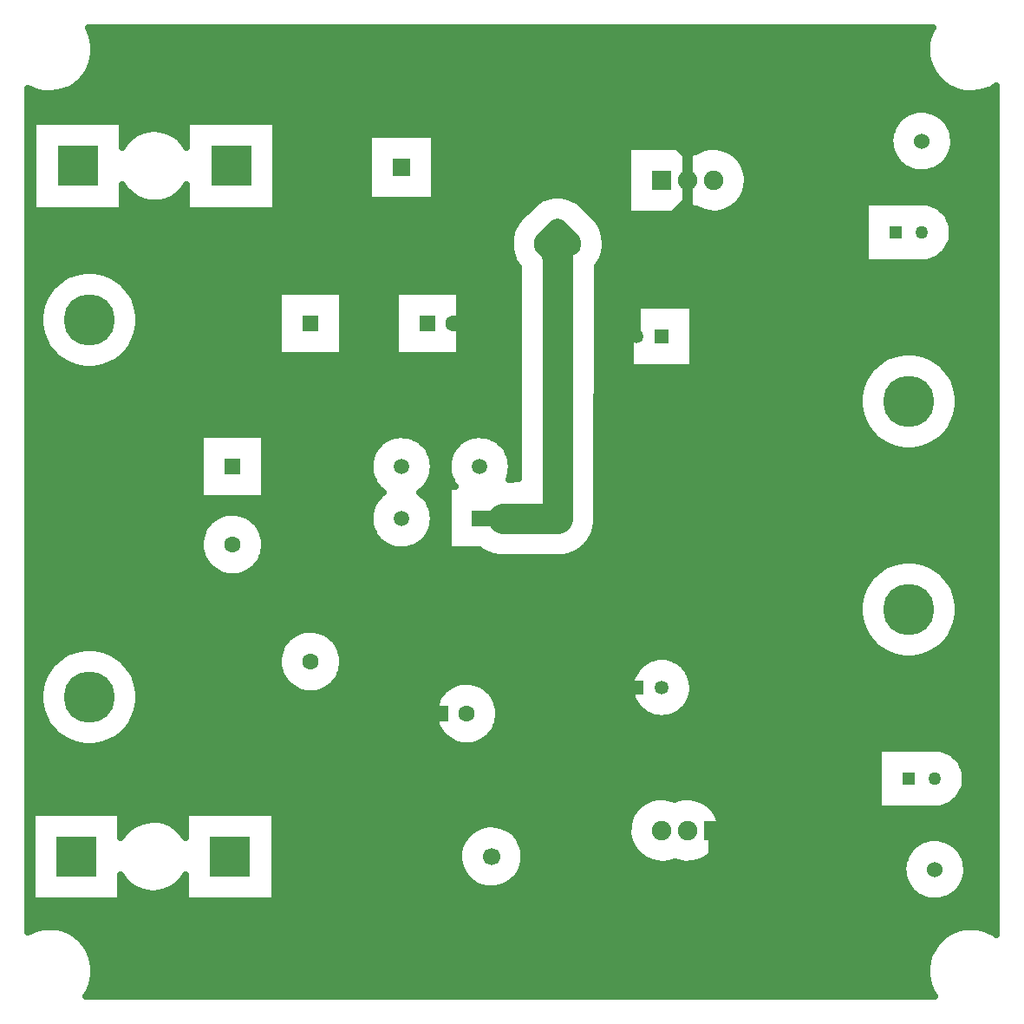
<source format=gtl>
G04 DipTrace 2.4.0.2*
%INpsv1.GTL*%
%MOIN*%
%ADD13C,0.0394*%
%ADD15C,0.063*%
%ADD16C,0.0591*%
%ADD18C,0.1181*%
%ADD20C,0.0787*%
%ADD22C,0.05*%
%ADD23C,0.025*%
%ADD24R,0.0669X0.0669*%
%ADD25C,0.0669*%
%ADD26R,0.063X0.063*%
%ADD27R,0.0531X0.0531*%
%ADD28C,0.0531*%
%ADD29R,0.0591X0.0591*%
%ADD30C,0.0591*%
%ADD31R,0.05X0.05*%
%ADD32R,0.1575X0.1575*%
%ADD33C,0.1969*%
%ADD34C,0.06*%
%ADD35C,0.06*%
%ADD36R,0.0748X0.0748*%
%ADD37C,0.0748*%
%FSLAX44Y44*%
G04*
G70*
G90*
G75*
G01*
%LNTop*%
%LPD*%
X35437Y37807D2*
D13*
X30937D1*
X30437Y37307D1*
Y36307D1*
Y37307D2*
X29937Y37807D1*
X23390D1*
X22390Y36807D1*
X30437Y36307D2*
Y34807D1*
X29937D1*
X28437Y33307D1*
Y30323D1*
X28453Y30307D1*
X30437Y36307D2*
Y35481D1*
X29763Y34807D1*
X29937D1*
X30437Y36307D2*
Y35307D1*
X31437Y34307D1*
Y11307D2*
Y10307D1*
X22437Y23307D2*
D16*
X23323D1*
D18*
X25437D1*
Y33307D1*
D20*
X24937Y33807D1*
X25437Y33307D2*
D18*
D3*
Y34432D2*
D20*
X25937Y33932D1*
Y33807D1*
X25437Y34432D2*
X24937Y33932D1*
Y33807D1*
X25437Y34432D2*
Y33307D1*
X25937Y33807D3*
X24937D3*
X25437Y33307D3*
Y34432D3*
X7534Y41933D2*
D23*
X39711D1*
X7605Y41685D2*
X39641D1*
X7636Y41436D2*
X39605D1*
X7632Y41187D2*
X39609D1*
X7593Y40939D2*
X39652D1*
X7511Y40690D2*
X39730D1*
X7386Y40441D2*
X39859D1*
X7198Y40193D2*
X40047D1*
X6921Y39944D2*
X40324D1*
X5087Y39695D2*
X5410D1*
X6401D2*
X40844D1*
X41835D2*
X42289D1*
X5087Y39447D2*
X42289D1*
X5087Y39198D2*
X42289D1*
X5087Y38949D2*
X38976D1*
X39898D2*
X42289D1*
X5087Y38700D2*
X38578D1*
X40296D2*
X42289D1*
X5087Y38452D2*
X5250D1*
X8718D2*
X11156D1*
X14624D2*
X38375D1*
X40499D2*
X42289D1*
X5087Y38203D2*
X5250D1*
X8718D2*
X9426D1*
X10448D2*
X11156D1*
X14624D2*
X38254D1*
X40620D2*
X42289D1*
X5087Y37954D2*
X5250D1*
X8718D2*
X8992D1*
X10882D2*
X11156D1*
X14624D2*
X18156D1*
X20718D2*
X38199D1*
X40675D2*
X42289D1*
X5087Y37706D2*
X5250D1*
X14624D2*
X18156D1*
X20718D2*
X38195D1*
X40679D2*
X42289D1*
X5087Y37457D2*
X5250D1*
X14624D2*
X18156D1*
X20718D2*
X28117D1*
X32062D2*
X38242D1*
X40632D2*
X42289D1*
X5087Y37208D2*
X5250D1*
X14624D2*
X18156D1*
X20718D2*
X28117D1*
X32394D2*
X38348D1*
X40526D2*
X42289D1*
X5087Y36960D2*
X5250D1*
X14624D2*
X18156D1*
X20718D2*
X28117D1*
X32581D2*
X38531D1*
X40343D2*
X42289D1*
X5087Y36711D2*
X5250D1*
X14624D2*
X18156D1*
X20718D2*
X28117D1*
X32694D2*
X38871D1*
X40003D2*
X42289D1*
X5087Y36462D2*
X5250D1*
X14624D2*
X18156D1*
X20718D2*
X28117D1*
X32749D2*
X42289D1*
X5087Y36214D2*
X5250D1*
X14624D2*
X18156D1*
X20718D2*
X28117D1*
X32753D2*
X42289D1*
X5087Y35965D2*
X5250D1*
X14624D2*
X18156D1*
X20718D2*
X28117D1*
X32714D2*
X42289D1*
X5087Y35716D2*
X5250D1*
X8718D2*
X9039D1*
X10835D2*
X11156D1*
X14624D2*
X18156D1*
X20718D2*
X25125D1*
X25749D2*
X28117D1*
X32616D2*
X42289D1*
X5087Y35468D2*
X5250D1*
X8718D2*
X9547D1*
X10327D2*
X11156D1*
X14624D2*
X24601D1*
X26273D2*
X28117D1*
X32448D2*
X37238D1*
X39636D2*
X42289D1*
X5087Y35219D2*
X5250D1*
X8718D2*
X11156D1*
X14624D2*
X24336D1*
X26538D2*
X28117D1*
X32167D2*
X37238D1*
X40198D2*
X42289D1*
X5087Y34970D2*
X24090D1*
X26784D2*
X37238D1*
X40429D2*
X42289D1*
X5087Y34721D2*
X23859D1*
X27015D2*
X37238D1*
X40558D2*
X42289D1*
X5087Y34473D2*
X23711D1*
X27163D2*
X37238D1*
X40624D2*
X42289D1*
X5087Y34224D2*
X23629D1*
X27245D2*
X37238D1*
X40632D2*
X42289D1*
X5087Y33975D2*
X23598D1*
X27276D2*
X37238D1*
X40585D2*
X42289D1*
X5087Y33727D2*
X23598D1*
X27276D2*
X37238D1*
X40480D2*
X42289D1*
X5087Y33478D2*
X23637D1*
X27237D2*
X37238D1*
X40292D2*
X42289D1*
X5087Y33229D2*
X23730D1*
X27144D2*
X37238D1*
X39925D2*
X42289D1*
X5087Y32981D2*
X23887D1*
X26987D2*
X42289D1*
X5087Y32732D2*
X6769D1*
X8105D2*
X23898D1*
X26976D2*
X42289D1*
X5087Y32483D2*
X6297D1*
X8577D2*
X23898D1*
X26976D2*
X42289D1*
X5087Y32235D2*
X6016D1*
X8858D2*
X23898D1*
X26976D2*
X42289D1*
X5087Y31986D2*
X5820D1*
X9054D2*
X14676D1*
X17198D2*
X19176D1*
X21698D2*
X23898D1*
X26976D2*
X42289D1*
X5087Y31737D2*
X5683D1*
X9191D2*
X14676D1*
X17198D2*
X19176D1*
X21698D2*
X23898D1*
X26976D2*
X42289D1*
X5087Y31489D2*
X5586D1*
X9288D2*
X14676D1*
X17198D2*
X19176D1*
X21698D2*
X23898D1*
X26976D2*
X28223D1*
X30651D2*
X42289D1*
X5087Y31240D2*
X5531D1*
X9343D2*
X14676D1*
X17198D2*
X19176D1*
X21698D2*
X23898D1*
X26976D2*
X28223D1*
X30651D2*
X42289D1*
X5087Y30991D2*
X5508D1*
X9366D2*
X14676D1*
X17198D2*
X19176D1*
X21698D2*
X23898D1*
X26976D2*
X28223D1*
X30651D2*
X42289D1*
X5087Y30742D2*
X5516D1*
X9358D2*
X14676D1*
X17198D2*
X19176D1*
X21698D2*
X23898D1*
X26976D2*
X28223D1*
X30651D2*
X42289D1*
X5087Y30494D2*
X5558D1*
X9316D2*
X14676D1*
X17198D2*
X19176D1*
X21698D2*
X23898D1*
X26976D2*
X28223D1*
X30651D2*
X42289D1*
X5087Y30245D2*
X5637D1*
X9237D2*
X14676D1*
X17198D2*
X19176D1*
X21698D2*
X23898D1*
X26976D2*
X28223D1*
X30651D2*
X42289D1*
X5087Y29996D2*
X5754D1*
X9120D2*
X14676D1*
X17198D2*
X19176D1*
X21698D2*
X23898D1*
X26976D2*
X28223D1*
X30651D2*
X42289D1*
X5087Y29748D2*
X5922D1*
X8952D2*
X14676D1*
X17198D2*
X19176D1*
X21698D2*
X23898D1*
X26976D2*
X28223D1*
X30651D2*
X42289D1*
X5087Y29499D2*
X6160D1*
X8714D2*
X23898D1*
X26976D2*
X28223D1*
X30651D2*
X38035D1*
X39839D2*
X42289D1*
X5087Y29250D2*
X6523D1*
X8351D2*
X23898D1*
X26976D2*
X28223D1*
X30651D2*
X37668D1*
X40206D2*
X42289D1*
X5087Y29002D2*
X23898D1*
X26976D2*
X37426D1*
X40448D2*
X42289D1*
X5087Y28753D2*
X23898D1*
X26976D2*
X37258D1*
X40616D2*
X42289D1*
X5087Y28504D2*
X23898D1*
X26976D2*
X37137D1*
X40737D2*
X42289D1*
X5087Y28256D2*
X23898D1*
X26976D2*
X37058D1*
X40816D2*
X42289D1*
X5087Y28007D2*
X23898D1*
X26976D2*
X37016D1*
X40858D2*
X42289D1*
X5087Y27758D2*
X23898D1*
X26976D2*
X37008D1*
X40866D2*
X42289D1*
X5087Y27510D2*
X23898D1*
X26976D2*
X37027D1*
X40847D2*
X42289D1*
X5087Y27261D2*
X23898D1*
X26976D2*
X37086D1*
X40788D2*
X42289D1*
X5087Y27012D2*
X23898D1*
X26976D2*
X37180D1*
X40694D2*
X42289D1*
X5087Y26763D2*
X23898D1*
X26976D2*
X37316D1*
X40558D2*
X42289D1*
X5087Y26515D2*
X11676D1*
X14198D2*
X19258D1*
X19616D2*
X22258D1*
X22616D2*
X23898D1*
X26976D2*
X37512D1*
X40362D2*
X42289D1*
X5087Y26266D2*
X11676D1*
X14198D2*
X18660D1*
X20214D2*
X21660D1*
X23214D2*
X23898D1*
X26976D2*
X37789D1*
X40085D2*
X42289D1*
X5087Y26017D2*
X11676D1*
X14198D2*
X18422D1*
X20452D2*
X21422D1*
X23452D2*
X23898D1*
X26976D2*
X38254D1*
X39620D2*
X42289D1*
X5087Y25769D2*
X11676D1*
X14198D2*
X18285D1*
X20589D2*
X21285D1*
X23589D2*
X23898D1*
X26976D2*
X42289D1*
X5087Y25520D2*
X11676D1*
X14198D2*
X18215D1*
X20659D2*
X21215D1*
X23659D2*
X23898D1*
X26976D2*
X42289D1*
X5087Y25271D2*
X11676D1*
X14198D2*
X18195D1*
X20679D2*
X21195D1*
X23679D2*
X23898D1*
X26976D2*
X42289D1*
X5087Y25023D2*
X11676D1*
X14198D2*
X18226D1*
X20648D2*
X21226D1*
X23648D2*
X23898D1*
X26976D2*
X42289D1*
X5087Y24774D2*
X11676D1*
X14198D2*
X18316D1*
X20558D2*
X21316D1*
X26976D2*
X42289D1*
X5087Y24525D2*
X11676D1*
X14198D2*
X18480D1*
X20394D2*
X21480D1*
X26976D2*
X42289D1*
X5087Y24277D2*
X11676D1*
X14198D2*
X18676D1*
X20198D2*
X21195D1*
X26976D2*
X42289D1*
X5087Y24028D2*
X18430D1*
X20444D2*
X21195D1*
X26976D2*
X42289D1*
X5087Y23779D2*
X18289D1*
X20585D2*
X21195D1*
X26976D2*
X42289D1*
X5087Y23531D2*
X12726D1*
X13148D2*
X18215D1*
X20659D2*
X21195D1*
X26976D2*
X42289D1*
X5087Y23282D2*
X12148D1*
X13726D2*
X18195D1*
X20679D2*
X21195D1*
X26976D2*
X42289D1*
X5087Y23033D2*
X11910D1*
X13964D2*
X18226D1*
X20648D2*
X21195D1*
X26948D2*
X42289D1*
X5087Y22784D2*
X11769D1*
X14105D2*
X18312D1*
X20562D2*
X21195D1*
X26882D2*
X42289D1*
X5087Y22536D2*
X11695D1*
X14179D2*
X18469D1*
X20405D2*
X21195D1*
X26765D2*
X42289D1*
X5087Y22287D2*
X11676D1*
X14198D2*
X18746D1*
X20128D2*
X21195D1*
X26581D2*
X42289D1*
X5087Y22038D2*
X11703D1*
X14171D2*
X22473D1*
X26284D2*
X42289D1*
X5087Y21790D2*
X11789D1*
X14085D2*
X42289D1*
X5087Y21541D2*
X11941D1*
X13933D2*
X38121D1*
X39753D2*
X42289D1*
X5087Y21292D2*
X12203D1*
X13671D2*
X37715D1*
X40159D2*
X42289D1*
X5087Y21044D2*
X37461D1*
X40413D2*
X42289D1*
X5087Y20795D2*
X37281D1*
X40593D2*
X42289D1*
X5087Y20546D2*
X37156D1*
X40718D2*
X42289D1*
X5087Y20298D2*
X37070D1*
X40804D2*
X42289D1*
X5087Y20049D2*
X37019D1*
X40855D2*
X42289D1*
X5087Y19800D2*
X37004D1*
X40870D2*
X42289D1*
X5087Y19552D2*
X37023D1*
X40851D2*
X42289D1*
X5087Y19303D2*
X37074D1*
X40800D2*
X42289D1*
X5087Y19054D2*
X37160D1*
X40714D2*
X42289D1*
X5087Y18805D2*
X15180D1*
X16694D2*
X37289D1*
X40585D2*
X42289D1*
X5087Y18557D2*
X14930D1*
X16944D2*
X37473D1*
X40401D2*
X42289D1*
X5087Y18308D2*
X7047D1*
X7827D2*
X14781D1*
X17093D2*
X37734D1*
X40140D2*
X42289D1*
X5087Y18059D2*
X6410D1*
X8464D2*
X14699D1*
X17175D2*
X38148D1*
X39726D2*
X42289D1*
X5087Y17811D2*
X6090D1*
X8784D2*
X14676D1*
X17198D2*
X28777D1*
X30097D2*
X42289D1*
X5087Y17562D2*
X5871D1*
X9003D2*
X14699D1*
X17175D2*
X28496D1*
X30378D2*
X42289D1*
X5087Y17313D2*
X5719D1*
X9155D2*
X14777D1*
X17097D2*
X28336D1*
X30538D2*
X42289D1*
X5087Y17065D2*
X5613D1*
X9261D2*
X14922D1*
X16952D2*
X28254D1*
X30620D2*
X42289D1*
X5087Y16816D2*
X5543D1*
X9331D2*
X15172D1*
X16702D2*
X21195D1*
X22679D2*
X28223D1*
X30651D2*
X42289D1*
X5087Y16567D2*
X5512D1*
X9362D2*
X20937D1*
X22937D2*
X28250D1*
X30624D2*
X42289D1*
X5087Y16319D2*
X5508D1*
X9366D2*
X20785D1*
X23089D2*
X28328D1*
X30546D2*
X42289D1*
X5087Y16070D2*
X5543D1*
X9331D2*
X20703D1*
X23171D2*
X28480D1*
X30394D2*
X42289D1*
X5087Y15821D2*
X5609D1*
X9265D2*
X20676D1*
X23198D2*
X28750D1*
X30124D2*
X42289D1*
X5087Y15573D2*
X5711D1*
X9163D2*
X20699D1*
X23175D2*
X42289D1*
X5087Y15324D2*
X5863D1*
X9011D2*
X20773D1*
X23101D2*
X42289D1*
X5087Y15075D2*
X6078D1*
X8796D2*
X20914D1*
X22960D2*
X42289D1*
X5087Y14826D2*
X6391D1*
X8483D2*
X21156D1*
X22718D2*
X42289D1*
X5087Y14578D2*
X6988D1*
X7886D2*
X21773D1*
X22101D2*
X42289D1*
X5087Y14329D2*
X37738D1*
X40538D2*
X42289D1*
X5087Y14080D2*
X37738D1*
X40843D2*
X42289D1*
X5087Y13832D2*
X37738D1*
X41011D2*
X42289D1*
X5087Y13583D2*
X37738D1*
X41101D2*
X42289D1*
X5087Y13334D2*
X37738D1*
X41136D2*
X42289D1*
X5087Y13086D2*
X37738D1*
X41112D2*
X42289D1*
X5087Y12837D2*
X37738D1*
X41034D2*
X42289D1*
X5087Y12588D2*
X29215D1*
X29659D2*
X30215D1*
X30659D2*
X37738D1*
X40890D2*
X42289D1*
X5087Y12340D2*
X28629D1*
X31245D2*
X37738D1*
X40624D2*
X42289D1*
X5087Y12091D2*
X28379D1*
X31495D2*
X42289D1*
X5087Y11842D2*
X5203D1*
X8671D2*
X11109D1*
X14577D2*
X28230D1*
X31644D2*
X42289D1*
X5087Y11594D2*
X5203D1*
X8671D2*
X9230D1*
X10550D2*
X11109D1*
X14577D2*
X28148D1*
X31726D2*
X42289D1*
X5087Y11345D2*
X5203D1*
X8671D2*
X8875D1*
X10905D2*
X11109D1*
X14577D2*
X22156D1*
X23624D2*
X28117D1*
X31757D2*
X42289D1*
X5087Y11096D2*
X5203D1*
X14577D2*
X21887D1*
X23894D2*
X28133D1*
X31741D2*
X42289D1*
X5087Y10847D2*
X5203D1*
X14577D2*
X21730D1*
X24050D2*
X28199D1*
X31675D2*
X39269D1*
X40605D2*
X42289D1*
X5087Y10599D2*
X5203D1*
X14577D2*
X21641D1*
X24136D2*
X28328D1*
X31546D2*
X38980D1*
X40894D2*
X42289D1*
X5087Y10350D2*
X5203D1*
X14577D2*
X21609D1*
X24171D2*
X28539D1*
X31335D2*
X38816D1*
X41058D2*
X42289D1*
X5087Y10101D2*
X5203D1*
X14577D2*
X21625D1*
X24155D2*
X28937D1*
X30937D2*
X38726D1*
X41148D2*
X42289D1*
X5087Y9853D2*
X5203D1*
X14577D2*
X21691D1*
X24085D2*
X38691D1*
X41183D2*
X42289D1*
X5087Y9604D2*
X5203D1*
X14577D2*
X21824D1*
X23956D2*
X38707D1*
X41167D2*
X42289D1*
X5087Y9355D2*
X5203D1*
X8671D2*
X8793D1*
X10987D2*
X11109D1*
X14577D2*
X22043D1*
X23737D2*
X38777D1*
X41097D2*
X42289D1*
X5087Y9107D2*
X5203D1*
X8671D2*
X9082D1*
X10698D2*
X11109D1*
X14577D2*
X22492D1*
X23288D2*
X38910D1*
X40964D2*
X42289D1*
X5087Y8858D2*
X5203D1*
X8671D2*
X11109D1*
X14577D2*
X39141D1*
X40733D2*
X42289D1*
X5087Y8609D2*
X5203D1*
X8671D2*
X11109D1*
X14577D2*
X39668D1*
X40206D2*
X42289D1*
X5087Y8361D2*
X42289D1*
X5087Y8112D2*
X42289D1*
X5087Y7863D2*
X42289D1*
X5087Y7615D2*
X5832D1*
X5981D2*
X41266D1*
X41414D2*
X42289D1*
X6819Y7366D2*
X40426D1*
X7136Y7117D2*
X40109D1*
X7343Y6868D2*
X39902D1*
X7483Y6620D2*
X39762D1*
X7577Y6371D2*
X39668D1*
X7628Y6122D2*
X39617D1*
X7640Y5874D2*
X39605D1*
X7616Y5625D2*
X39629D1*
X7558Y5376D2*
X39687D1*
X7452Y5128D2*
X39793D1*
X18305Y38064D2*
X20694D1*
Y35550D1*
X18180D1*
Y38064D1*
X18305D1*
X24141Y10182D2*
X24091Y9938D1*
X23995Y9708D1*
X23854Y9501D1*
X23676Y9326D1*
X23467Y9190D1*
X23235Y9098D1*
X22989Y9054D1*
X22740Y9059D1*
X22496Y9113D1*
X22268Y9215D1*
X22064Y9359D1*
X21893Y9541D1*
X21762Y9753D1*
X21674Y9987D1*
X21635Y10233D1*
X21645Y10482D1*
X21704Y10725D1*
X21810Y10951D1*
X21959Y11151D1*
X22144Y11319D1*
X22358Y11446D1*
X22594Y11529D1*
X22841Y11563D1*
X23090Y11548D1*
X23331Y11484D1*
X23555Y11374D1*
X23753Y11221D1*
X23916Y11032D1*
X24039Y10815D1*
X24117Y10578D1*
X24147Y10330D1*
X24141Y10182D1*
X19325Y32044D2*
X21674D1*
Y29570D1*
X19200D1*
Y32044D1*
X19325D1*
X23168Y15682D2*
X23149Y15559D1*
X23118Y15438D1*
X23075Y15321D1*
X23020Y15208D1*
X22954Y15102D1*
X22878Y15003D1*
X22792Y14912D1*
X22697Y14831D1*
X22595Y14759D1*
X22486Y14698D1*
X22371Y14648D1*
X22252Y14611D1*
X22130Y14585D1*
X22006Y14572D1*
X21881Y14571D1*
X21756Y14583D1*
X21634Y14607D1*
X21514Y14644D1*
X21399Y14693D1*
X21290Y14753D1*
X21187Y14823D1*
X21091Y14904D1*
X21004Y14994D1*
X20927Y15092D1*
X20860Y15198D1*
X20804Y15309D1*
X20760Y15426D1*
X20727Y15547D1*
X20707Y15670D1*
X20700Y15795D1*
X20705Y15920D1*
X20722Y16043D1*
X20752Y16165D1*
X20795Y16282D1*
X20848Y16395D1*
X20913Y16502D1*
X20988Y16602D1*
X21073Y16693D1*
X21167Y16776D1*
X21269Y16848D1*
X21377Y16911D1*
X21491Y16961D1*
X21610Y17000D1*
X21732Y17027D1*
X21856Y17042D1*
X21981Y17044D1*
X22106Y17033D1*
X22228Y17010D1*
X22348Y16974D1*
X22464Y16927D1*
X22574Y16868D1*
X22678Y16798D1*
X22774Y16719D1*
X22862Y16629D1*
X22940Y16532D1*
X23008Y16427D1*
X23065Y16316D1*
X23110Y16200D1*
X23144Y16079D1*
X23165Y15956D1*
X23174Y15807D1*
X23168Y15682D1*
X28374Y31495D2*
X30625D1*
Y29119D1*
X28249D1*
Y31495D1*
X28374D1*
X30619Y16682D2*
X30599Y16559D1*
X30566Y16438D1*
X30521Y16322D1*
X30465Y16211D1*
X30396Y16106D1*
X30317Y16009D1*
X30229Y15921D1*
X30131Y15843D1*
X30026Y15775D1*
X29914Y15719D1*
X29798Y15675D1*
X29677Y15643D1*
X29553Y15625D1*
X29428Y15619D1*
X29304Y15626D1*
X29180Y15647D1*
X29060Y15680D1*
X28944Y15726D1*
X28833Y15784D1*
X28729Y15853D1*
X28633Y15933D1*
X28545Y16022D1*
X28468Y16120D1*
X28401Y16226D1*
X28346Y16338D1*
X28302Y16455D1*
X28272Y16576D1*
X28254Y16700D1*
X28249Y16824D1*
X28257Y16949D1*
X28279Y17072D1*
X28313Y17192D1*
X28360Y17308D1*
X28418Y17419D1*
X28488Y17522D1*
X28568Y17618D1*
X28658Y17705D1*
X28757Y17781D1*
X28863Y17847D1*
X28975Y17902D1*
X29093Y17944D1*
X29214Y17974D1*
X29338Y17991D1*
X29463Y17995D1*
X29588Y17986D1*
X29711Y17963D1*
X29830Y17928D1*
X29946Y17881D1*
X30056Y17821D1*
X30159Y17751D1*
X30254Y17670D1*
X30340Y17579D1*
X30416Y17480D1*
X30481Y17373D1*
X30535Y17261D1*
X30577Y17143D1*
X30606Y17021D1*
X30625Y16807D1*
X30619Y16682D1*
X14825Y32044D2*
X17174D1*
Y29570D1*
X14700D1*
Y32044D1*
X14825D1*
X17168Y17682D2*
X17149Y17559D1*
X17118Y17438D1*
X17075Y17321D1*
X17020Y17208D1*
X16954Y17102D1*
X16878Y17003D1*
X16792Y16912D1*
X16697Y16831D1*
X16595Y16759D1*
X16486Y16698D1*
X16371Y16648D1*
X16252Y16611D1*
X16130Y16585D1*
X16006Y16572D1*
X15881Y16571D1*
X15756Y16583D1*
X15634Y16607D1*
X15514Y16644D1*
X15399Y16693D1*
X15290Y16753D1*
X15187Y16823D1*
X15091Y16904D1*
X15004Y16994D1*
X14927Y17092D1*
X14860Y17198D1*
X14804Y17309D1*
X14760Y17426D1*
X14727Y17547D1*
X14707Y17670D1*
X14700Y17795D1*
X14705Y17920D1*
X14722Y18043D1*
X14752Y18165D1*
X14795Y18282D1*
X14848Y18395D1*
X14913Y18502D1*
X14988Y18602D1*
X15073Y18693D1*
X15167Y18776D1*
X15269Y18848D1*
X15377Y18911D1*
X15491Y18961D1*
X15610Y19000D1*
X15732Y19027D1*
X15856Y19042D1*
X15981Y19044D1*
X16106Y19033D1*
X16228Y19010D1*
X16348Y18974D1*
X16464Y18927D1*
X16574Y18868D1*
X16678Y18798D1*
X16774Y18719D1*
X16862Y18629D1*
X16940Y18532D1*
X17008Y18427D1*
X17065Y18316D1*
X17110Y18200D1*
X17144Y18079D1*
X17165Y17956D1*
X17174Y17807D1*
X17168Y17682D1*
X14168Y22182D2*
X14149Y22059D1*
X14118Y21938D1*
X14075Y21821D1*
X14020Y21708D1*
X13954Y21602D1*
X13878Y21503D1*
X13792Y21412D1*
X13697Y21331D1*
X13595Y21259D1*
X13486Y21198D1*
X13371Y21148D1*
X13252Y21111D1*
X13130Y21085D1*
X13006Y21072D1*
X12881Y21071D1*
X12756Y21083D1*
X12634Y21107D1*
X12514Y21144D1*
X12399Y21193D1*
X12290Y21253D1*
X12187Y21323D1*
X12091Y21404D1*
X12004Y21494D1*
X11927Y21592D1*
X11860Y21698D1*
X11804Y21809D1*
X11760Y21926D1*
X11727Y22047D1*
X11707Y22170D1*
X11700Y22295D1*
X11705Y22420D1*
X11722Y22543D1*
X11752Y22665D1*
X11795Y22782D1*
X11848Y22895D1*
X11913Y23002D1*
X11988Y23102D1*
X12073Y23193D1*
X12167Y23276D1*
X12269Y23348D1*
X12377Y23411D1*
X12491Y23461D1*
X12610Y23500D1*
X12732Y23527D1*
X12856Y23542D1*
X12981Y23544D1*
X13106Y23533D1*
X13228Y23510D1*
X13348Y23474D1*
X13464Y23427D1*
X13574Y23368D1*
X13678Y23298D1*
X13774Y23219D1*
X13862Y23129D1*
X13940Y23032D1*
X14008Y22927D1*
X14065Y22816D1*
X14110Y22700D1*
X14144Y22579D1*
X14165Y22456D1*
X14174Y22307D1*
X14168Y22182D1*
X11825Y26544D2*
X14174D1*
Y24070D1*
X11700D1*
Y26544D1*
X11825D1*
X21344Y24525D2*
X21504D1*
X21415Y24645D1*
X21353Y24753D1*
X21302Y24867D1*
X21263Y24985D1*
X21236Y25108D1*
X21222Y25232D1*
X21220Y25357D1*
X21232Y25481D1*
X21256Y25604D1*
X21293Y25723D1*
X21341Y25838D1*
X21401Y25948D1*
X21473Y26050D1*
X21554Y26145D1*
X21644Y26231D1*
X21743Y26308D1*
X21849Y26374D1*
X21962Y26428D1*
X22079Y26471D1*
X22200Y26502D1*
X22324Y26520D1*
X22449Y26525D1*
X22574Y26517D1*
X22697Y26497D1*
X22817Y26464D1*
X22934Y26419D1*
X23045Y26362D1*
X23150Y26294D1*
X23247Y26216D1*
X23336Y26128D1*
X23416Y26032D1*
X23485Y25927D1*
X23543Y25817D1*
X23589Y25701D1*
X23624Y25581D1*
X23645Y25458D1*
X23655Y25307D1*
X23648Y25182D1*
X23629Y25059D1*
X23597Y24938D1*
X23552Y24818D1*
X23920Y24820D1*
X23924Y25682D1*
X23922Y32969D1*
X23782Y33176D1*
X23684Y33405D1*
X23630Y33649D1*
X23621Y33890D1*
X23631Y34098D1*
X23663Y34262D1*
X23715Y34420D1*
X23786Y34571D1*
X23876Y34711D1*
X24006Y34863D1*
X24599Y35447D1*
X24805Y35587D1*
X25035Y35685D1*
X25279Y35739D1*
X25528Y35745D1*
X25775Y35704D1*
X26009Y35618D1*
X26222Y35488D1*
X26286Y35438D1*
X26544Y35186D1*
X26952Y34770D1*
X27092Y34564D1*
X27190Y34334D1*
X27244Y34090D1*
X27253Y33932D1*
X27250Y33724D1*
X27229Y33559D1*
X27188Y33397D1*
X27126Y33243D1*
X27045Y33097D1*
X26970Y32992D1*
X26950Y32932D1*
X26945Y23182D1*
X26904Y22936D1*
X26823Y22700D1*
X26704Y22480D1*
X26551Y22283D1*
X26367Y22114D1*
X26158Y21977D1*
X25929Y21877D1*
X25687Y21815D1*
X25437Y21794D1*
X23198Y21799D1*
X22952Y21840D1*
X22715Y21921D1*
X22496Y22040D1*
X22429Y22088D1*
X21219Y22089D1*
Y24525D1*
X21344D1*
X20648Y25182D2*
X20629Y25059D1*
X20597Y24938D1*
X20553Y24821D1*
X20498Y24709D1*
X20431Y24604D1*
X20354Y24505D1*
X20267Y24416D1*
X20129Y24307D1*
X20247Y24216D1*
X20336Y24128D1*
X20416Y24032D1*
X20485Y23927D1*
X20543Y23817D1*
X20589Y23701D1*
X20624Y23581D1*
X20645Y23458D1*
X20655Y23307D1*
X20648Y23182D1*
X20629Y23059D1*
X20597Y22938D1*
X20553Y22821D1*
X20498Y22709D1*
X20431Y22604D1*
X20354Y22505D1*
X20267Y22416D1*
X20171Y22335D1*
X20067Y22265D1*
X19957Y22206D1*
X19842Y22159D1*
X19722Y22123D1*
X19599Y22100D1*
X19475Y22090D1*
X19350Y22093D1*
X19226Y22108D1*
X19104Y22136D1*
X18986Y22176D1*
X18872Y22228D1*
X18765Y22292D1*
X18664Y22366D1*
X18572Y22450D1*
X18489Y22543D1*
X18415Y22645D1*
X18353Y22753D1*
X18302Y22867D1*
X18263Y22985D1*
X18236Y23108D1*
X18222Y23232D1*
X18220Y23357D1*
X18232Y23481D1*
X18256Y23604D1*
X18293Y23723D1*
X18341Y23838D1*
X18401Y23948D1*
X18473Y24050D1*
X18554Y24145D1*
X18644Y24231D1*
X18740Y24305D1*
X18572Y24450D1*
X18489Y24543D1*
X18415Y24645D1*
X18353Y24753D1*
X18302Y24867D1*
X18263Y24985D1*
X18236Y25108D1*
X18222Y25232D1*
X18220Y25357D1*
X18232Y25481D1*
X18256Y25604D1*
X18293Y25723D1*
X18341Y25838D1*
X18401Y25948D1*
X18473Y26050D1*
X18554Y26145D1*
X18644Y26231D1*
X18743Y26308D1*
X18849Y26374D1*
X18962Y26428D1*
X19079Y26471D1*
X19200Y26502D1*
X19324Y26520D1*
X19449Y26525D1*
X19574Y26517D1*
X19697Y26497D1*
X19817Y26464D1*
X19934Y26419D1*
X20045Y26362D1*
X20150Y26294D1*
X20247Y26216D1*
X20336Y26128D1*
X20416Y26032D1*
X20485Y25927D1*
X20543Y25817D1*
X20589Y25701D1*
X20624Y25581D1*
X20645Y25458D1*
X20655Y25307D1*
X20648Y25182D1*
X40603Y34182D2*
X40583Y34059D1*
X40550Y33938D1*
X40504Y33822D1*
X40447Y33711D1*
X40378Y33607D1*
X40298Y33511D1*
X40208Y33424D1*
X40110Y33347D1*
X40004Y33281D1*
X39891Y33226D1*
X39774Y33184D1*
X39610Y33149D1*
X39609Y33135D1*
X37265D1*
Y35479D1*
X39609D1*
Y35468D1*
X39782Y35428D1*
X39899Y35385D1*
X40011Y35329D1*
X40117Y35262D1*
X40215Y35185D1*
X40304Y35097D1*
X40383Y35000D1*
X40451Y34895D1*
X40508Y34784D1*
X40553Y34668D1*
X40585Y34547D1*
X40609Y34307D1*
X40603Y34182D1*
X41103Y13182D2*
X41083Y13059D1*
X41050Y12938D1*
X41004Y12822D1*
X40947Y12711D1*
X40878Y12607D1*
X40798Y12511D1*
X40708Y12424D1*
X40610Y12347D1*
X40504Y12281D1*
X40391Y12226D1*
X40274Y12184D1*
X40110Y12149D1*
X40109Y12135D1*
X37765D1*
Y14479D1*
X40109D1*
Y14468D1*
X40282Y14428D1*
X40399Y14385D1*
X40511Y14329D1*
X40617Y14262D1*
X40715Y14185D1*
X40804Y14097D1*
X40883Y14000D1*
X40951Y13895D1*
X41008Y13784D1*
X41053Y13668D1*
X41085Y13547D1*
X41109Y13307D1*
X41103Y13182D1*
X5399Y38564D2*
X8694D1*
Y37568D1*
X8834Y37771D1*
X9010Y37948D1*
X9213Y38093D1*
X9439Y38199D1*
X9680Y38265D1*
X9928Y38289D1*
X10177Y38268D1*
X10419Y38205D1*
X10646Y38101D1*
X10851Y37959D1*
X11029Y37784D1*
X11174Y37580D1*
X11179Y37570D1*
X11180Y38564D1*
X14600D1*
Y35145D1*
X11180D1*
Y36138D1*
X11036Y35933D1*
X10860Y35757D1*
X10656Y35613D1*
X10430Y35507D1*
X10189Y35442D1*
X9940Y35420D1*
X9691Y35441D1*
X9450Y35505D1*
X9223Y35610D1*
X9018Y35753D1*
X8841Y35929D1*
X8696Y36137D1*
X8694Y35145D1*
X5274D1*
Y38564D1*
X5399D1*
X5352Y12017D2*
X8647D1*
Y11021D1*
X8787Y11224D1*
X8962Y11401D1*
X9166Y11545D1*
X9392Y11652D1*
X9633Y11718D1*
X9881Y11741D1*
X10130Y11721D1*
X10372Y11658D1*
X10599Y11554D1*
X10804Y11412D1*
X10982Y11237D1*
X11127Y11033D1*
X11132Y11023D1*
X11133Y12017D1*
X14552D1*
Y8597D1*
X11133D1*
X11132Y9591D1*
X10989Y9386D1*
X10813Y9209D1*
X10609Y9066D1*
X10382Y8960D1*
X10141Y8895D1*
X9893Y8873D1*
X9644Y8894D1*
X9403Y8958D1*
X9176Y9063D1*
X8971Y9206D1*
X8794Y9382D1*
X8648Y9589D1*
X8647Y8597D1*
X5227D1*
Y12017D1*
X5352D1*
X9340Y30812D2*
X9307Y30564D1*
X9242Y30323D1*
X9146Y30092D1*
X9021Y29876D1*
X8869Y29678D1*
X8692Y29502D1*
X8494Y29350D1*
X8277Y29225D1*
X8046Y29130D1*
X7805Y29066D1*
X7557Y29034D1*
X7307Y29035D1*
X7059Y29068D1*
X6818Y29134D1*
X6588Y29230D1*
X6372Y29356D1*
X6174Y29508D1*
X5998Y29686D1*
X5847Y29885D1*
X5723Y30101D1*
X5629Y30333D1*
X5565Y30574D1*
X5534Y30822D1*
X5535Y31072D1*
X5569Y31319D1*
X5635Y31560D1*
X5732Y31791D1*
X5858Y32006D1*
X6012Y32203D1*
X6190Y32379D1*
X6389Y32530D1*
X6606Y32653D1*
X6837Y32747D1*
X7079Y32810D1*
X7327Y32840D1*
X7577Y32839D1*
X7824Y32804D1*
X8065Y32737D1*
X8295Y32640D1*
X8510Y32513D1*
X8707Y32359D1*
X8882Y32181D1*
X9032Y31981D1*
X9155Y31764D1*
X9249Y31532D1*
X9311Y31290D1*
X9341Y31042D1*
X9340Y30812D1*
Y16312D2*
X9307Y16064D1*
X9242Y15823D1*
X9146Y15592D1*
X9021Y15376D1*
X8869Y15178D1*
X8692Y15002D1*
X8494Y14850D1*
X8277Y14725D1*
X8046Y14630D1*
X7805Y14566D1*
X7557Y14534D1*
X7307Y14535D1*
X7059Y14568D1*
X6818Y14634D1*
X6588Y14730D1*
X6372Y14856D1*
X6174Y15008D1*
X5998Y15186D1*
X5847Y15385D1*
X5723Y15601D1*
X5629Y15833D1*
X5565Y16074D1*
X5534Y16322D1*
X5535Y16572D1*
X5569Y16819D1*
X5635Y17060D1*
X5732Y17291D1*
X5858Y17506D1*
X6012Y17703D1*
X6190Y17879D1*
X6389Y18030D1*
X6606Y18153D1*
X6837Y18247D1*
X7079Y18310D1*
X7327Y18340D1*
X7577Y18339D1*
X7824Y18304D1*
X8065Y18237D1*
X8295Y18140D1*
X8510Y18013D1*
X8707Y17859D1*
X8882Y17681D1*
X9032Y17481D1*
X9155Y17264D1*
X9249Y17032D1*
X9311Y16790D1*
X9341Y16542D1*
X9340Y16312D1*
X40840Y27682D2*
X40807Y27435D1*
X40742Y27193D1*
X40646Y26962D1*
X40521Y26746D1*
X40369Y26548D1*
X40192Y26372D1*
X39994Y26220D1*
X39777Y26095D1*
X39546Y26000D1*
X39305Y25936D1*
X39057Y25904D1*
X38807Y25905D1*
X38559Y25938D1*
X38318Y26004D1*
X38088Y26100D1*
X37872Y26226D1*
X37674Y26378D1*
X37498Y26556D1*
X37347Y26755D1*
X37223Y26972D1*
X37129Y27203D1*
X37065Y27444D1*
X37034Y27692D1*
X37035Y27942D1*
X37069Y28190D1*
X37135Y28430D1*
X37232Y28661D1*
X37358Y28876D1*
X37512Y29074D1*
X37690Y29249D1*
X37889Y29400D1*
X38106Y29523D1*
X38337Y29617D1*
X38579Y29680D1*
X38827Y29711D1*
X39077Y29709D1*
X39324Y29674D1*
X39565Y29607D1*
X39795Y29510D1*
X40010Y29383D1*
X40207Y29229D1*
X40382Y29051D1*
X40532Y28851D1*
X40655Y28634D1*
X40749Y28402D1*
X40811Y28160D1*
X40841Y27912D1*
X40840Y27682D1*
Y19682D2*
X40807Y19435D1*
X40742Y19193D1*
X40646Y18962D1*
X40521Y18746D1*
X40369Y18548D1*
X40192Y18372D1*
X39994Y18220D1*
X39777Y18095D1*
X39546Y18000D1*
X39305Y17936D1*
X39057Y17904D1*
X38807Y17905D1*
X38559Y17938D1*
X38318Y18004D1*
X38088Y18100D1*
X37872Y18226D1*
X37674Y18378D1*
X37498Y18556D1*
X37347Y18755D1*
X37223Y18972D1*
X37129Y19203D1*
X37065Y19444D1*
X37034Y19692D1*
X37035Y19942D1*
X37069Y20190D1*
X37135Y20430D1*
X37232Y20661D1*
X37358Y20876D1*
X37512Y21074D1*
X37690Y21249D1*
X37889Y21400D1*
X38106Y21523D1*
X38337Y21617D1*
X38579Y21680D1*
X38827Y21711D1*
X39077Y21709D1*
X39324Y21674D1*
X39565Y21607D1*
X39795Y21510D1*
X40010Y21383D1*
X40207Y21229D1*
X40382Y21051D1*
X40532Y20851D1*
X40655Y20634D1*
X40749Y20402D1*
X40811Y20160D1*
X40841Y19912D1*
X40840Y19682D1*
X7611Y41214D2*
X7574Y40967D1*
X7502Y40727D1*
X7396Y40501D1*
X7258Y40293D1*
X7092Y40107D1*
X6900Y39947D1*
X6686Y39817D1*
X6456Y39720D1*
X6215Y39657D1*
X5966Y39630D1*
X5717Y39639D1*
X5471Y39685D1*
X5235Y39766D1*
X5064Y39852D1*
X5062Y36557D1*
Y7389D1*
X5241Y7481D1*
X5478Y7561D1*
X5724Y7606D1*
X5973Y7614D1*
X6221Y7586D1*
X6463Y7522D1*
X6692Y7423D1*
X6905Y7293D1*
X7097Y7132D1*
X7263Y6946D1*
X7400Y6737D1*
X7505Y6510D1*
X7576Y6271D1*
X7611Y6023D1*
Y5781D1*
X7574Y5534D1*
X7502Y5294D1*
X7396Y5068D1*
X7312Y4932D1*
X39933D1*
X39846Y5071D1*
X39740Y5298D1*
X39669Y5537D1*
X39633Y5784D1*
X39634Y6034D1*
X39670Y6281D1*
X39743Y6520D1*
X39850Y6746D1*
X39988Y6954D1*
X40155Y7139D1*
X40347Y7299D1*
X40561Y7428D1*
X40791Y7525D1*
X41033Y7588D1*
X41281Y7614D1*
X41531Y7604D1*
X41776Y7558D1*
X42013Y7477D1*
X42234Y7362D1*
X42309Y7312D1*
X42312Y8682D1*
Y39936D1*
X42119Y39817D1*
X41889Y39720D1*
X41648Y39657D1*
X41399Y39630D1*
X41150Y39639D1*
X40904Y39685D1*
X40668Y39766D1*
X40446Y39880D1*
X40243Y40026D1*
X40063Y40200D1*
X39911Y40398D1*
X39789Y40616D1*
X39700Y40849D1*
X39647Y41093D1*
X39629Y41342D1*
X39648Y41591D1*
X39702Y41835D1*
X39792Y42068D1*
X39852Y42182D1*
X7394D1*
X7505Y41943D1*
X7576Y41704D1*
X7611Y41456D1*
Y41214D1*
X40653Y37682D2*
X40634Y37559D1*
X40602Y37438D1*
X40559Y37321D1*
X40503Y37209D1*
X40436Y37103D1*
X40359Y37005D1*
X40273Y36915D1*
X40177Y36834D1*
X40074Y36764D1*
X39964Y36704D1*
X39849Y36656D1*
X39729Y36620D1*
X39607Y36597D1*
X39482Y36586D1*
X39357Y36587D1*
X39233Y36602D1*
X39111Y36629D1*
X38993Y36668D1*
X38879Y36720D1*
X38771Y36782D1*
X38669Y36856D1*
X38576Y36939D1*
X38492Y37031D1*
X38418Y37132D1*
X38354Y37239D1*
X38302Y37353D1*
X38262Y37471D1*
X38234Y37593D1*
X38218Y37717D1*
X38215Y37842D1*
X38225Y37966D1*
X38248Y38089D1*
X38283Y38209D1*
X38330Y38325D1*
X38388Y38435D1*
X38458Y38539D1*
X38538Y38635D1*
X38627Y38723D1*
X38725Y38800D1*
X38830Y38868D1*
X38941Y38924D1*
X39058Y38969D1*
X39179Y39002D1*
X39302Y39022D1*
X39427Y39029D1*
X39551Y39024D1*
X39675Y39006D1*
X39796Y38976D1*
X39914Y38933D1*
X40026Y38878D1*
X40132Y38813D1*
X40231Y38736D1*
X40322Y38650D1*
X40403Y38556D1*
X40475Y38453D1*
X40535Y38344D1*
X40584Y38229D1*
X40621Y38109D1*
X40646Y37987D1*
X40659Y37807D1*
X40653Y37682D1*
X41153Y9682D2*
X41134Y9559D1*
X41102Y9438D1*
X41059Y9321D1*
X41003Y9209D1*
X40936Y9103D1*
X40859Y9005D1*
X40773Y8915D1*
X40677Y8834D1*
X40574Y8764D1*
X40464Y8704D1*
X40349Y8656D1*
X40229Y8620D1*
X40107Y8597D1*
X39982Y8586D1*
X39857Y8587D1*
X39733Y8602D1*
X39611Y8629D1*
X39493Y8668D1*
X39379Y8720D1*
X39271Y8782D1*
X39169Y8856D1*
X39076Y8939D1*
X38992Y9031D1*
X38918Y9132D1*
X38854Y9239D1*
X38802Y9353D1*
X38762Y9471D1*
X38734Y9593D1*
X38718Y9717D1*
X38715Y9842D1*
X38725Y9966D1*
X38748Y10089D1*
X38783Y10209D1*
X38830Y10325D1*
X38888Y10435D1*
X38958Y10539D1*
X39038Y10635D1*
X39127Y10723D1*
X39225Y10800D1*
X39330Y10868D1*
X39441Y10924D1*
X39558Y10969D1*
X39679Y11002D1*
X39802Y11022D1*
X39927Y11029D1*
X40051Y11024D1*
X40175Y11006D1*
X40296Y10976D1*
X40414Y10933D1*
X40526Y10878D1*
X40632Y10813D1*
X40731Y10736D1*
X40822Y10650D1*
X40903Y10556D1*
X40975Y10453D1*
X41035Y10344D1*
X41084Y10229D1*
X41121Y10109D1*
X41146Y9987D1*
X41159Y9807D1*
X41153Y9682D1*
X28266Y37604D2*
X30733D1*
Y37396D1*
X30850Y37463D1*
X31082Y37554D1*
X31328Y37599D1*
X31578Y37596D1*
X31822Y37545D1*
X32052Y37448D1*
X32259Y37309D1*
X32436Y37133D1*
X32576Y36926D1*
X32674Y36697D1*
X32725Y36452D1*
X32733Y36307D1*
X32709Y36059D1*
X32638Y35819D1*
X32522Y35598D1*
X32366Y35403D1*
X32176Y35242D1*
X31958Y35120D1*
X31721Y35042D1*
X31473Y35011D1*
X31224Y35028D1*
X30983Y35093D1*
X30759Y35202D1*
X30736Y35218D1*
X30733Y35011D1*
X28141D1*
Y37604D1*
X28266D1*
X31727Y11182D2*
X31680Y10937D1*
X31586Y10706D1*
X31449Y10497D1*
X31275Y10318D1*
X31070Y10176D1*
X30842Y10075D1*
X30598Y10021D1*
X30348Y10014D1*
X30102Y10055D1*
X29937Y10113D1*
X29721Y10042D1*
X29473Y10011D1*
X29224Y10028D1*
X28983Y10093D1*
X28759Y10202D1*
X28560Y10353D1*
X28393Y10538D1*
X28265Y10753D1*
X28181Y10988D1*
X28143Y11234D1*
X28153Y11484D1*
X28210Y11727D1*
X28313Y11954D1*
X28458Y12157D1*
X28639Y12329D1*
X28850Y12463D1*
X29082Y12554D1*
X29328Y12599D1*
X29578Y12596D1*
X29822Y12545D1*
X29936Y12504D1*
X30082Y12554D1*
X30328Y12599D1*
X30578Y12596D1*
X30822Y12545D1*
X31052Y12448D1*
X31259Y12309D1*
X31436Y12133D1*
X31576Y11926D1*
X31674Y11697D1*
X31725Y11452D1*
X31733Y11307D1*
X31727Y11182D1*
D24*
X19437Y36807D3*
D25*
X22390D3*
D24*
X19937Y10307D3*
D25*
X22890D3*
D15*
X21437Y30807D3*
D26*
X20437D3*
D15*
X21937Y15807D3*
D26*
X20937D3*
D27*
X29437Y30307D3*
D28*
X28453D3*
D27*
Y16807D3*
D28*
X29437D3*
D15*
X15937Y27807D3*
D26*
Y30807D3*
D15*
Y17807D3*
D26*
Y20807D3*
D15*
X12937Y22307D3*
D26*
Y25307D3*
D29*
X22437Y23307D3*
D30*
Y25307D3*
X19437D3*
Y23307D3*
D22*
X39437Y34307D3*
D31*
X38437D3*
D22*
X39937Y13307D3*
D31*
X38937D3*
D32*
X6984Y36854D3*
X12890D3*
X6937Y10307D3*
X12843D3*
D33*
X7437Y30937D3*
Y26937D3*
Y20437D3*
Y16437D3*
X38937Y27807D3*
Y23807D3*
Y19807D3*
D34*
X35437Y37807D3*
D35*
X39437D3*
D34*
X39937Y9807D3*
D35*
X35937D3*
D36*
X29437Y36307D3*
D37*
X30437D3*
X31437D3*
D36*
Y11307D3*
D37*
X30437D3*
X29437D3*
M02*

</source>
